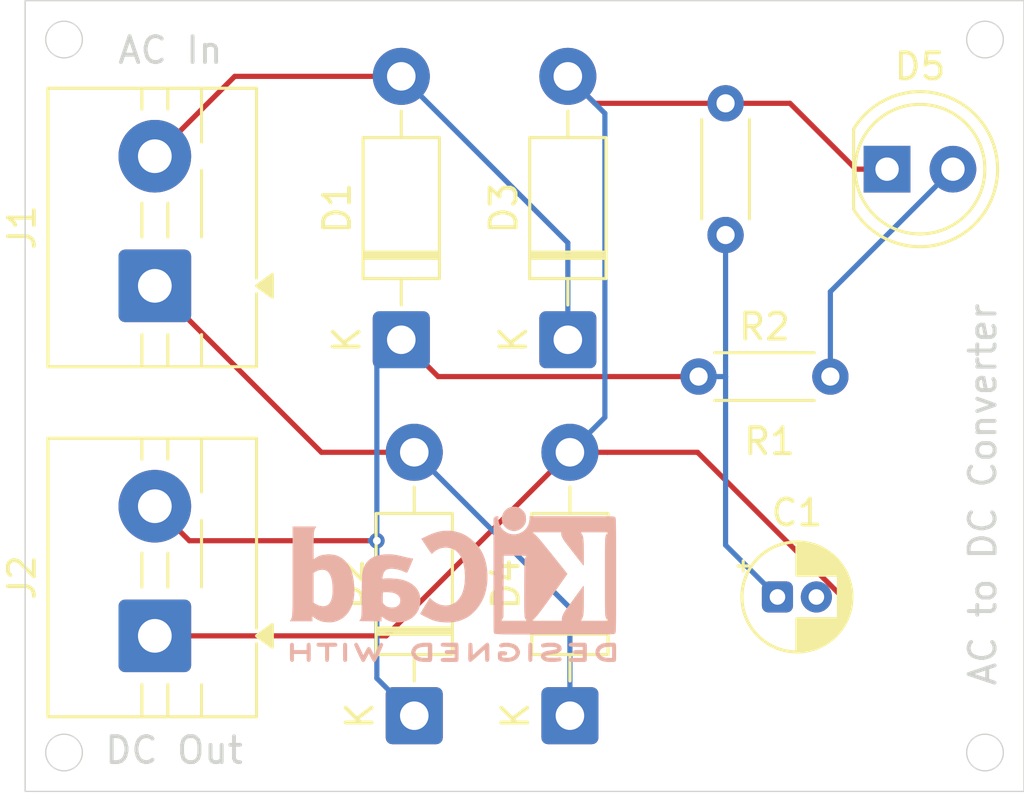
<source format=kicad_pcb>
(kicad_pcb (version 20241229) (generator "pcbnew") (generator_version "9.0")
  (layers (0 "F.Cu" signal) (2 "B.Cu" signal) (13 "F.Paste" user) (15 "B.Paste" user) (5 "F.SilkS" user "F.Silkscreen") (7 "B.SilkS" user "B.Silkscreen") (1 "F.Mask" user) (3 "B.Mask" user) (25 "Edge.Cuts" user))
  (net 0 "")
  (net 1 "/+ve")
  (net 2 "GND")
  (net 3 "Net-(D1-A)")
  (net 4 "Net-(D2-A)")
  (net 5 "Net-(D5-A)")
  (footprint "Diode_THT:D_DO-41_SOD81_P10.16mm_Horizontal" (layer "F.Cu") (at 120 114.08 90)
    (property "Reference" "D2" (at 5.08 -2.47 90) (layer "F.SilkS"))
    (property "Value" "1N4007")
    (fp_text user "K" (at 0 -2.1 90) (layer "F.SilkS"))
    (pad "1" thru_hole roundrect (at 0 0 90) (size 2.2 2.2) (drill 1.1) (layers "*.Cu" "*.Mask") (roundrect_rratio 0.113636) (net 1 "/+ve"))
    (pad "2" thru_hole circle (at 10.16 0 90) (size 2.2 2.2) (drill 1.1) (layers "*.Cu" "*.Mask") (net 4 "Net-(D2-A)"))
  )
  (footprint "Resistor_THT:R_Axial_DIN0204_L3.6mm_D1.6mm_P5.08mm_Horizontal" (layer "F.Cu") (at 132 95.54 90)
    (property "Reference" "R1" (at -7.96 1.692651 0) (layer "F.SilkS"))
    (property "Value" "10k")
    (pad "1" thru_hole circle (at 0 0 90) (size 1.4 1.4) (drill 0.7) (layers "*.Cu" "*.Mask") (net 1 "/+ve"))
    (pad "2" thru_hole circle (at 5.08 0 90) (size 1.4 1.4) (drill 0.7) (layers "*.Cu" "*.Mask") (net 2 "GND"))
  )
  (footprint "Diode_THT:D_DO-41_SOD81_P10.16mm_Horizontal" (layer "F.Cu") (at 119.5 99.58 90)
    (property "Reference" "D1" (at 5.08 -2.47 90) (layer "F.SilkS"))
    (property "Value" "1N4007")
    (fp_text user "K" (at 0 -2.1 90) (layer "F.SilkS"))
    (pad "1" thru_hole roundrect (at 0 0 90) (size 2.2 2.2) (drill 1.1) (layers "*.Cu" "*.Mask") (roundrect_rratio 0.113636) (net 1 "/+ve"))
    (pad "2" thru_hole circle (at 10.16 0 90) (size 2.2 2.2) (drill 1.1) (layers "*.Cu" "*.Mask") (net 3 "Net-(D1-A)"))
  )
  (footprint "TerminalBlock:TerminalBlock_MaiXu_MX126-5.0-02P_1x02_P5.00mm" (layer "F.Cu") (at 110 97.5 90)
    (property "Reference" "J1" (at 2.25 -5.12 90) (layer "F.SilkS"))
    (property "Value" "Screw_Terminal_01x02")
    (pad "1" thru_hole roundrect (at 0 0 90) (size 2.8 2.8) (drill 1.3) (layers "*.Cu" "*.Mask") (roundrect_rratio 0.089286) (net 4 "Net-(D2-A)"))
    (pad "2" thru_hole circle (at 5 0 90) (size 2.8 2.8) (drill 1.3) (layers "*.Cu" "*.Mask") (net 3 "Net-(D1-A)"))
  )
  (footprint "TerminalBlock:TerminalBlock_MaiXu_MX126-5.0-02P_1x02_P5.00mm" (layer "F.Cu") (at 110 111 90)
    (property "Reference" "J2" (at 2.25 -5.12 90) (layer "F.SilkS"))
    (property "Value" "Screw_Terminal_01x02")
    (pad "1" thru_hole roundrect (at 0 0 90) (size 2.8 2.8) (drill 1.3) (layers "*.Cu" "*.Mask") (roundrect_rratio 0.089286) (net 2 "GND"))
    (pad "2" thru_hole circle (at 5 0 90) (size 2.8 2.8) (drill 1.3) (layers "*.Cu" "*.Mask") (net 1 "/+ve"))
  )
  (footprint "Capacitor_THT:CP_Radial_D4.0mm_P1.50mm" (layer "F.Cu") (at 134 109.5)
    (property "Reference" "C1" (at 0.75 -3.25 0) (layer "F.SilkS"))
    (property "Value" "1000uF")
    (pad "1" thru_hole roundrect (at 0 0) (size 1.2 1.2) (drill 0.6) (layers "*.Cu" "*.Mask") (roundrect_rratio 0.208333) (net 1 "/+ve"))
    (pad "2" thru_hole circle (at 1.5 0) (size 1.2 1.2) (drill 0.6) (layers "*.Cu" "*.Mask") (net 2 "GND"))
  )
  (footprint "Diode_THT:D_DO-41_SOD81_P10.16mm_Horizontal" (layer "F.Cu") (at 126 114.08 90)
    (property "Reference" "D4" (at 5.08 -2.47 90) (layer "F.SilkS"))
    (property "Value" "1N4007")
    (fp_text user "K" (at 0 -2.1 90) (layer "F.SilkS"))
    (pad "1" thru_hole roundrect (at 0 0 90) (size 2.2 2.2) (drill 1.1) (layers "*.Cu" "*.Mask") (roundrect_rratio 0.113636) (net 4 "Net-(D2-A)"))
    (pad "2" thru_hole circle (at 10.16 0 90) (size 2.2 2.2) (drill 1.1) (layers "*.Cu" "*.Mask") (net 2 "GND"))
  )
  (footprint "Diode_THT:D_DO-41_SOD81_P10.16mm_Horizontal" (layer "F.Cu") (at 125.92 99.58 90)
    (property "Reference" "D3" (at 5.08 -2.47 90) (layer "F.SilkS"))
    (property "Value" "1N4007")
    (fp_text user "K" (at 0 -2.1 90) (layer "F.SilkS"))
    (pad "1" thru_hole roundrect (at 0 0 90) (size 2.2 2.2) (drill 1.1) (layers "*.Cu" "*.Mask") (roundrect_rratio 0.113636) (net 3 "Net-(D1-A)"))
    (pad "2" thru_hole circle (at 10.16 0 90) (size 2.2 2.2) (drill 1.1) (layers "*.Cu" "*.Mask") (net 2 "GND"))
  )
  (footprint "Resistor_THT:R_Axial_DIN0204_L3.6mm_D1.6mm_P5.08mm_Horizontal" (layer "F.Cu") (at 130.96 101)
    (property "Reference" "R2" (at 2.54 -1.92 0) (layer "F.SilkS"))
    (property "Value" "2.2k")
    (pad "1" thru_hole circle (at 0 0) (size 1.4 1.4) (drill 0.7) (layers "*.Cu" "*.Mask") (net 1 "/+ve"))
    (pad "2" thru_hole circle (at 5.08 0) (size 1.4 1.4) (drill 0.7) (layers "*.Cu" "*.Mask") (net 5 "Net-(D5-A)"))
  )
  (footprint "LED_THT:LED_D5.0mm" (layer "F.Cu") (at 138.225 93)
    (property "Reference" "D5" (at 1.27 -3.96 0) (layer "F.SilkS"))
    (property "Value" "LED")
    (pad "1" thru_hole rect (at 0 0) (size 1.8 1.8) (drill 0.9) (layers "*.Cu" "*.Mask") (net 2 "GND"))
    (pad "2" thru_hole circle (at 2.54 0) (size 1.8 1.8) (drill 0.9) (layers "*.Cu" "*.Mask") (net 5 "Net-(D5-A)"))
  )
  (footprint "Symbol:KiCad-Logo2_5mm_SilkScreen" (layer "B.Cu") (at 121.5 109 180)
    (property "Reference" "REF**" (hide yes))
    (property "Value" "KiCad-Logo2_5mm_SilkScreen" (hide yes))
  )
  (gr_circle (center 142 88) (end 142.5 87.5) (stroke (width 0.05)) (fill no) (layer "Edge.Cuts"))
  (gr_circle (center 142 115.5) (end 142.5 115) (stroke (width 0.05)) (fill no) (layer "Edge.Cuts"))
  (gr_circle (center 106.5 115.5) (end 107 115) (stroke (width 0.05)) (fill no) (layer "Edge.Cuts"))
  (gr_rect (start 105 86.5) (end 143.5 117) (stroke (width 0.05)) (fill no) (layer "Edge.Cuts"))
  (gr_circle (center 106.5 88) (end 107 87.5) (stroke (width 0.05)) (fill no) (layer "Edge.Cuts"))
  (gr_text "AC In\n" (at 108.5 89 0) (layer "Edge.Cuts") (effects (font (size 1 1)) (justify left bottom)))
  (gr_text "DC Out" (at 108 116 0) (layer "Edge.Cuts") (effects (font (size 1 1)) (justify left bottom)))
  (gr_text "AC to DC Converter" (at 142.5 113 90) (layer "Edge.Cuts") (effects (font (size 1 1)) (justify left bottom)))
  (segment (start 118.2965 107.3315) (end 111.3315 107.3315) (width 0.2) (layer "F.Cu") (net 1))
  (segment (start 130.96 101) (end 120.92 101) (width 0.2) (layer "F.Cu") (net 1))
  (segment (start 118.2965 107.3315) (end 118.5583 107.3315) (width 0.2) (layer "F.Cu") (net 1))
  (segment (start 120.92 101) (end 119.5 99.58) (width 0.2) (layer "F.Cu") (net 1))
  (segment (start 111.3315 107.3315) (end 110 106) (width 0.2) (layer "F.Cu") (net 1))
  (via (at 118.5583 107.3315) (size 0.6) (drill 0.3) (layers "F.Cu" "B.Cu") (net 1))
  (segment (start 118.5583 112.6383) (end 120 114.08) (width 0.2) (layer "B.Cu") (net 1))
  (segment (start 118.5583 100.5217) (end 118.5583 107.3315) (width 0.2) (layer "B.Cu") (net 1))
  (segment (start 118.2965 107.3315) (end 118.5583 107.3315) (width 0.2) (layer "B.Cu") (net 1))
  (segment (start 132 101) (end 132 107.5) (width 0.2) (layer "B.Cu") (net 1))
  (segment (start 118.5583 107.3315) (end 118.2965 107.3315) (width 0.2) (layer "B.Cu") (net 1))
  (segment (start 119.5 99.58) (end 118.5583 100.5217) (width 0.2) (layer "B.Cu") (net 1))
  (segment (start 132 107.5) (end 134 109.5) (width 0.2) (layer "B.Cu") (net 1))
  (segment (start 118.5583 107.3315) (end 118.5583 112.6383) (width 0.2) (layer "B.Cu") (net 1))
  (segment (start 130.96 101) (end 132 101) (width 0.2) (layer "B.Cu") (net 1))
  (segment (start 132 95.54) (end 132 101) (width 0.2) (layer "B.Cu") (net 1))
  (segment (start 110 111) (end 118.92 111) (width 0.2) (layer "F.Cu") (net 2))
  (segment (start 125.92 89.42) (end 126.96 90.46) (width 0.2) (layer "F.Cu") (net 2))
  (segment (start 130.92 103.92) (end 136.5 109.5) (width 0.2) (layer "F.Cu") (net 2))
  (segment (start 134.4833 90.46) (end 137.0233 93) (width 0.2) (layer "F.Cu") (net 2))
  (segment (start 132 90.46) (end 134.4833 90.46) (width 0.2) (layer "F.Cu") (net 2))
  (segment (start 126 103.92) (end 127.4484 103.92) (width 0.2) (layer "F.Cu") (net 2))
  (segment (start 138.225 93) (end 137.0233 93) (width 0.2) (layer "F.Cu") (net 2))
  (segment (start 126.96 90.46) (end 132 90.46) (width 0.2) (layer "F.Cu") (net 2))
  (segment (start 127.4484 103.92) (end 130.8787 103.92) (width 0.2) (layer "F.Cu") (net 2))
  (segment (start 130.8787 103.92) (end 130.92 103.92) (width 0.2) (layer "F.Cu") (net 2))
  (segment (start 118.92 111) (end 126 103.92) (width 0.2) (layer "F.Cu") (net 2))
  (segment (start 125.92 89.42) (end 127.3482 90.8482) (width 0.2) (layer "B.Cu") (net 2))
  (segment (start 127.3482 102.5718) (end 126 103.92) (width 0.2) (layer "B.Cu") (net 2))
  (segment (start 127.3482 90.8482) (end 127.3482 102.5718) (width 0.2) (layer "B.Cu") (net 2))
  (segment (start 113.08 89.42) (end 110 92.5) (width 0.2) (layer "F.Cu") (net 3))
  (segment (start 119.5 89.42) (end 113.08 89.42) (width 0.2) (layer "F.Cu") (net 3))
  (segment (start 125.92 99.58) (end 125.92 95.84) (width 0.2) (layer "B.Cu") (net 3))
  (segment (start 125.92 95.84) (end 119.5 89.42) (width 0.2) (layer "B.Cu") (net 3))
  (segment (start 110 97.5) (end 116.42 103.92) (width 0.2) (layer "F.Cu") (net 4))
  (segment (start 116.42 103.92) (end 120 103.92) (width 0.2) (layer "F.Cu") (net 4))
  (segment (start 126 109.92) (end 126 114.08) (width 0.2) (layer "B.Cu") (net 4))
  (segment (start 120 103.92) (end 126 109.92) (width 0.2) (layer "B.Cu") (net 4))
  (segment (start 136.04 97.725) (end 136.04 101) (width 0.2) (layer "B.Cu") (net 5))
  (segment (start 140.765 93) (end 136.04 97.725) (width 0.2) (layer "B.Cu") (net 5))
)
</source>
